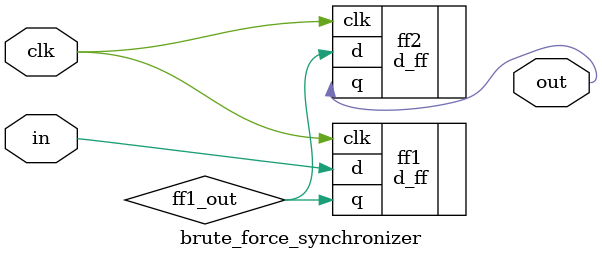
<source format=v>
module brute_force_synchronizer(
   clk,
   in,
   out
   );
   
	// Standard system clock.
   input clk;

	// Async input
   input in;

	// Virtually guaranteed sync output.
   output out;
   
	// Our chain of three FFs.
   wire ff1_out;
   d_ff ff1(.clk(clk), .d(in), .q(ff1_out));
   
   wire ff2_out;
   d_ff ff2(.clk(clk), .d(ff1_out), .q(out));
   
     
   endmodule
</source>
